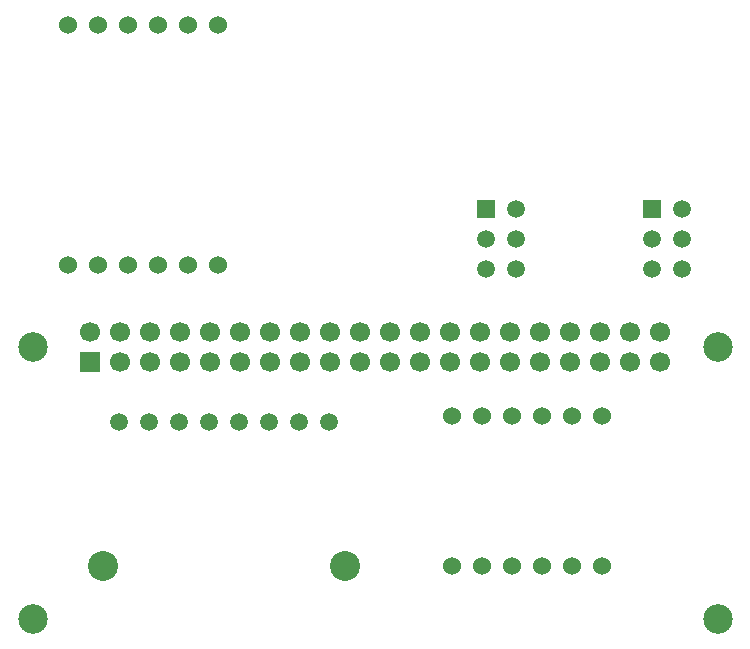
<source format=gbr>
%TF.GenerationSoftware,KiCad,Pcbnew,(6.0.1)*%
%TF.CreationDate,2022-01-30T17:08:53-06:00*%
%TF.ProjectId,BlackBox Hat,426c6163-6b42-46f7-9820-4861742e6b69,rev?*%
%TF.SameCoordinates,Original*%
%TF.FileFunction,Soldermask,Bot*%
%TF.FilePolarity,Negative*%
%FSLAX46Y46*%
G04 Gerber Fmt 4.6, Leading zero omitted, Abs format (unit mm)*
G04 Created by KiCad (PCBNEW (6.0.1)) date 2022-01-30 17:08:53*
%MOMM*%
%LPD*%
G01*
G04 APERTURE LIST*
%ADD10C,1.499000*%
%ADD11C,2.540000*%
%ADD12R,1.499000X1.499000*%
%ADD13C,1.524000*%
%ADD14C,2.500000*%
%ADD15C,1.700000*%
%ADD16R,1.700000X1.700000*%
G04 APERTURE END LIST*
D10*
%TO.C,S1*%
X23495000Y-112133000D03*
X26035000Y-112133000D03*
X28575000Y-112133000D03*
X41275000Y-112133000D03*
X38735000Y-112133000D03*
X36195000Y-112133000D03*
X33655000Y-112133000D03*
X31115000Y-112133000D03*
D11*
X42641000Y-124354000D03*
X22194000Y-124354000D03*
%TD*%
D12*
%TO.C,P2*%
X68667500Y-94116250D03*
D10*
X71207500Y-94116250D03*
X68667500Y-96656250D03*
X71207500Y-96656250D03*
X68667500Y-99196250D03*
X71207500Y-99196250D03*
%TD*%
D12*
%TO.C,P1*%
X54595750Y-94116250D03*
D10*
X57135750Y-94116250D03*
X54595750Y-96656250D03*
X57135750Y-96656250D03*
X54595750Y-99196250D03*
X57135750Y-99196250D03*
%TD*%
D13*
%TO.C,S3*%
X31877000Y-78486000D03*
X29337000Y-78486000D03*
X24257000Y-78486000D03*
X26797000Y-78486000D03*
X19177000Y-78486000D03*
X21717000Y-78486000D03*
X21717000Y-98806000D03*
X19177000Y-98806000D03*
X26797000Y-98806000D03*
X24257000Y-98806000D03*
X29337000Y-98806000D03*
X31877000Y-98806000D03*
%TD*%
%TO.C,S3*%
X54229000Y-124333000D03*
X56769000Y-124333000D03*
X59309000Y-124333000D03*
X61849000Y-124333000D03*
X64389000Y-124333000D03*
X51689000Y-124333000D03*
X64389000Y-111633000D03*
X61849000Y-111633000D03*
X59309000Y-111633000D03*
X56769000Y-111633000D03*
X54229000Y-111633000D03*
X51689000Y-111633000D03*
%TD*%
D14*
%TO.C,X1*%
X16200000Y-105801000D03*
X74200000Y-105801000D03*
X16200000Y-128801000D03*
X74200000Y-128801000D03*
D15*
X69330000Y-104531000D03*
X69330000Y-107071000D03*
X66790000Y-104531000D03*
X66790000Y-107071000D03*
X64250000Y-104531000D03*
X64250000Y-107071000D03*
X61710000Y-104531000D03*
X61710000Y-107071000D03*
X59170000Y-104531000D03*
X59170000Y-107071000D03*
X56630000Y-104531000D03*
X56630000Y-107071000D03*
X54090000Y-104531000D03*
X54090000Y-107071000D03*
X51550000Y-104531000D03*
X51550000Y-107071000D03*
X49010000Y-104531000D03*
X49010000Y-107071000D03*
X46470000Y-104531000D03*
X46470000Y-107071000D03*
X43930000Y-104531000D03*
X43930000Y-107071000D03*
X41390000Y-104531000D03*
X41390000Y-107071000D03*
X38850000Y-104531000D03*
X38850000Y-107071000D03*
X36310000Y-104531000D03*
X36310000Y-107071000D03*
X33770000Y-104531000D03*
X33770000Y-107071000D03*
X31230000Y-104531000D03*
X31230000Y-107071000D03*
X28690000Y-104531000D03*
X28690000Y-107071000D03*
X26150000Y-104531000D03*
X26150000Y-107071000D03*
X23610000Y-104531000D03*
X23610000Y-107071000D03*
X21070000Y-104531000D03*
D16*
X21070000Y-107071000D03*
%TD*%
M02*

</source>
